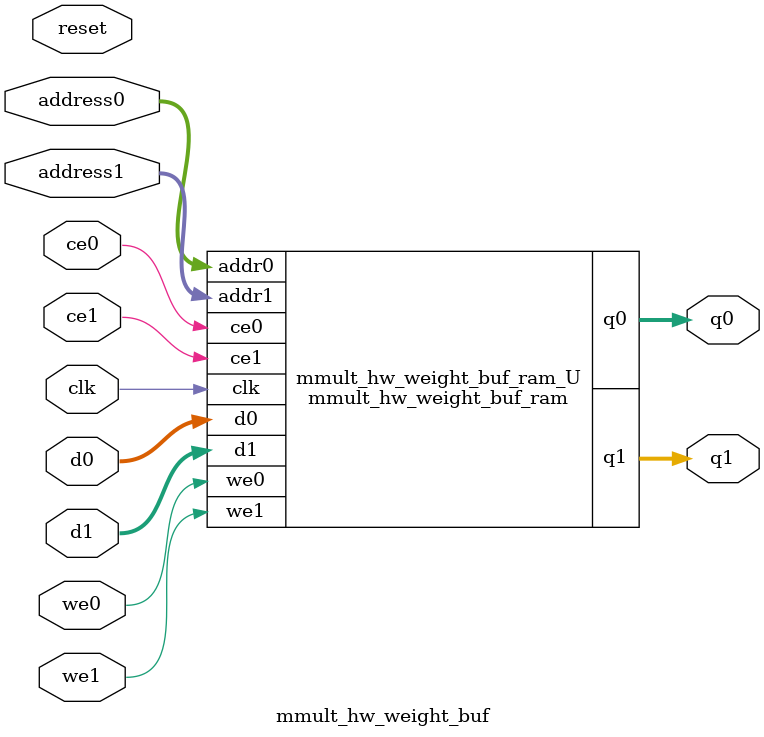
<source format=v>

`timescale 1 ns / 1 ps
module mmult_hw_weight_buf_ram (addr0, ce0, d0, we0, q0, addr1, ce1, d1, we1, q1,  clk);

parameter DWIDTH = 32;
parameter AWIDTH = 12;
parameter MEM_SIZE = 2560;

input[AWIDTH-1:0] addr0;
input ce0;
input[DWIDTH-1:0] d0;
input we0;
output reg[DWIDTH-1:0] q0;
input[AWIDTH-1:0] addr1;
input ce1;
input[DWIDTH-1:0] d1;
input we1;
output reg[DWIDTH-1:0] q1;
input clk;

(* ram_style = "block" *)reg [DWIDTH-1:0] ram[0:MEM_SIZE-1];




always @(posedge clk)  
begin 
    if (ce0) 
    begin
        if (we0) 
        begin 
            ram[addr0] <= d0; 
            q0 <= d0;
        end 
        else 
            q0 <= ram[addr0];
    end
end


always @(posedge clk)  
begin 
    if (ce1) 
    begin
        if (we1) 
        begin 
            ram[addr1] <= d1; 
            q1 <= d1;
        end 
        else 
            q1 <= ram[addr1];
    end
end


endmodule


`timescale 1 ns / 1 ps
module mmult_hw_weight_buf(
    reset,
    clk,
    address0,
    ce0,
    we0,
    d0,
    q0,
    address1,
    ce1,
    we1,
    d1,
    q1);

parameter DataWidth = 32'd32;
parameter AddressRange = 32'd2560;
parameter AddressWidth = 32'd12;
input reset;
input clk;
input[AddressWidth - 1:0] address0;
input ce0;
input we0;
input[DataWidth - 1:0] d0;
output[DataWidth - 1:0] q0;
input[AddressWidth - 1:0] address1;
input ce1;
input we1;
input[DataWidth - 1:0] d1;
output[DataWidth - 1:0] q1;



mmult_hw_weight_buf_ram mmult_hw_weight_buf_ram_U(
    .clk( clk ),
    .addr0( address0 ),
    .ce0( ce0 ),
    .d0( d0 ),
    .we0( we0 ),
    .q0( q0 ),
    .addr1( address1 ),
    .ce1( ce1 ),
    .d1( d1 ),
    .we1( we1 ),
    .q1( q1 ));

endmodule


</source>
